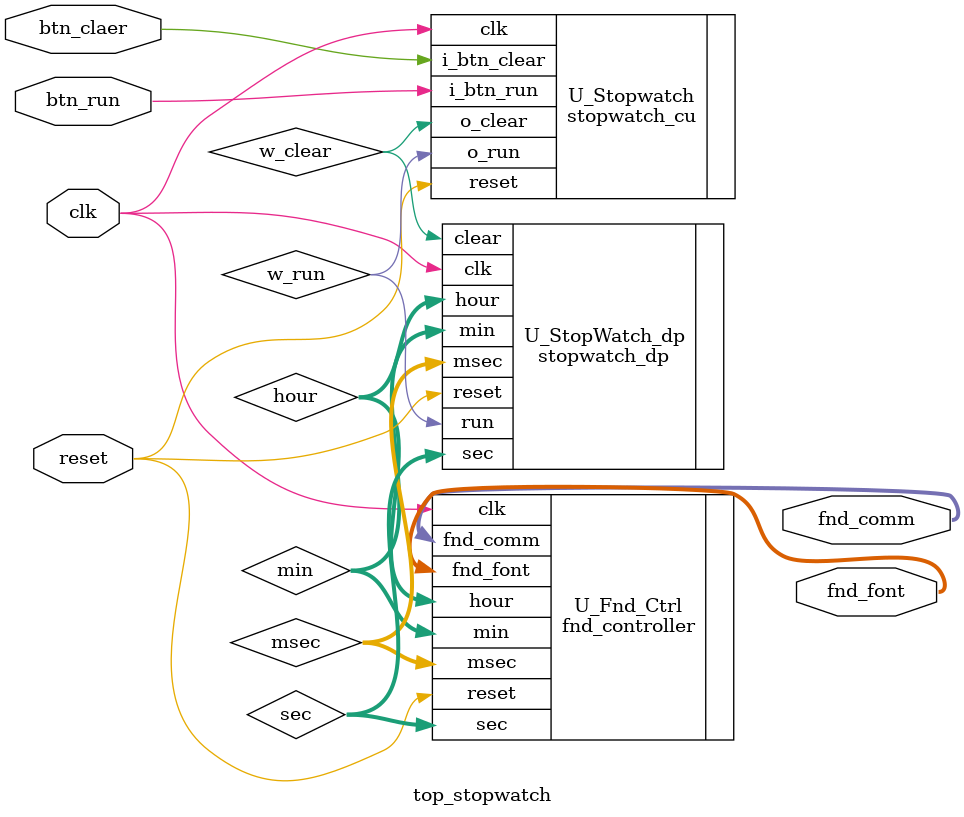
<source format=v>
`timescale 1ns / 1ps

module top_stopwatch(
    input clk,
    input reset,
    input btn_run,
    input btn_claer,
    output [3:0] fnd_comm,
    output [7:0] fnd_font
);
    wire w_run, w_clear;
    wire [6:0] msec, sec, min, hour;
    

    stopwatch_cu U_Stopwatch (
    .clk(clk),
    .reset(reset),
    .i_btn_run(btn_run),
    .i_btn_clear(btn_claer),
    .o_run(w_run),
    .o_clear(w_clear)
    );
    fnd_controller U_Fnd_Ctrl (
    .clk(clk),
    .reset(reset),
    .msec(msec),
    .sec(sec),
    .min(min),
    .hour(hour),
    .fnd_font(fnd_font),
    .fnd_comm(fnd_comm)
    );
    stopwatch_dp U_StopWatch_dp(
    .clk(clk),
    .reset(reset),
    .run(w_run),
    .clear(w_clear),
    .msec(msec),
    .sec(sec), //나머지 1비트는 그라운드드
    .min(min),
    .hour(hour)
);

endmodule

</source>
